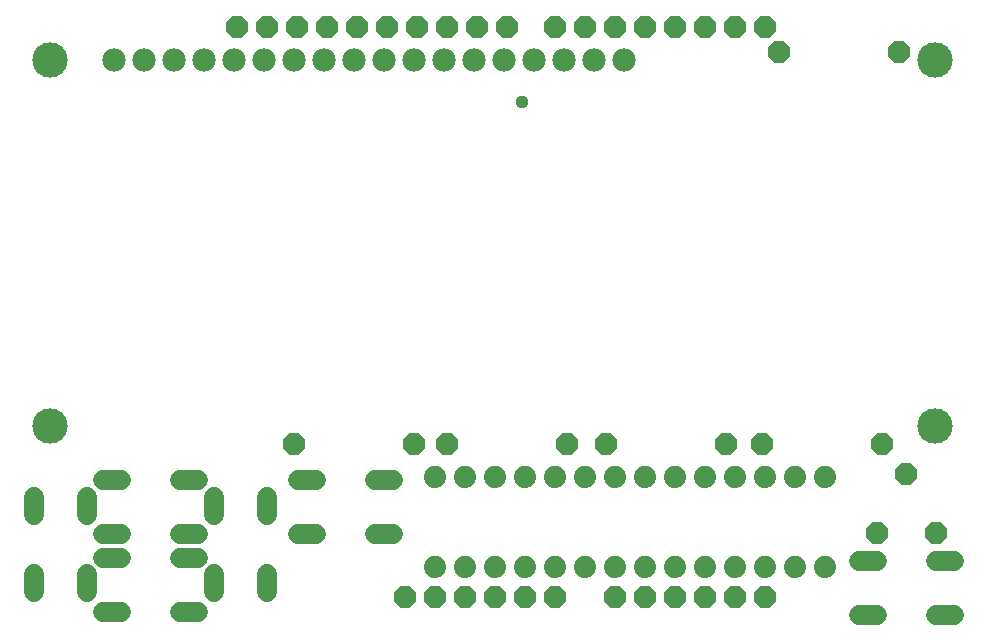
<source format=gbr>
G04 EAGLE Gerber RS-274X export*
G75*
%MOMM*%
%FSLAX34Y34*%
%LPD*%
%INSoldermask Bottom*%
%IPPOS*%
%AMOC8*
5,1,8,0,0,1.08239X$1,22.5*%
G01*
%ADD10C,1.879600*%
%ADD11C,1.727200*%
%ADD12P,2.034460X8X22.500000*%
%ADD13P,2.034460X8X202.500000*%
%ADD14C,1.981200*%
%ADD15C,3.003200*%
%ADD16C,1.109600*%


D10*
X685800Y127000D03*
X660400Y127000D03*
X635000Y127000D03*
X609600Y127000D03*
X584200Y127000D03*
X558800Y127000D03*
X533400Y127000D03*
X508000Y127000D03*
X482600Y127000D03*
X457200Y127000D03*
X431800Y127000D03*
X406400Y127000D03*
X381000Y127000D03*
X355600Y127000D03*
X355600Y50800D03*
X381000Y50800D03*
X406400Y50800D03*
X431800Y50800D03*
X457200Y50800D03*
X482600Y50800D03*
X508000Y50800D03*
X533400Y50800D03*
X558800Y50800D03*
X584200Y50800D03*
X609600Y50800D03*
X635000Y50800D03*
X660400Y50800D03*
X685800Y50800D03*
D11*
X89408Y124206D02*
X74168Y124206D01*
X74168Y78994D02*
X89408Y78994D01*
X139192Y124206D02*
X154432Y124206D01*
X154432Y78994D02*
X139192Y78994D01*
X60706Y94742D02*
X60706Y109982D01*
X15494Y109982D02*
X15494Y94742D01*
X60706Y44958D02*
X60706Y29718D01*
X15494Y29718D02*
X15494Y44958D01*
X167894Y44958D02*
X167894Y29718D01*
X213106Y29718D02*
X213106Y44958D01*
X167894Y94742D02*
X167894Y109982D01*
X213106Y109982D02*
X213106Y94742D01*
X89408Y58166D02*
X74168Y58166D01*
X74168Y12954D02*
X89408Y12954D01*
X139192Y58166D02*
X154432Y58166D01*
X154432Y12954D02*
X139192Y12954D01*
X239268Y124206D02*
X254508Y124206D01*
X254508Y78994D02*
X239268Y78994D01*
X304292Y124206D02*
X319532Y124206D01*
X319532Y78994D02*
X304292Y78994D01*
X714248Y55626D02*
X729488Y55626D01*
X729488Y10414D02*
X714248Y10414D01*
X779272Y55626D02*
X794512Y55626D01*
X794512Y10414D02*
X779272Y10414D01*
D12*
X500380Y154940D03*
X601980Y154940D03*
D13*
X734060Y154940D03*
X632460Y154940D03*
D12*
X646430Y486410D03*
X748030Y486410D03*
X533400Y508000D03*
X508000Y25400D03*
X558800Y508000D03*
X584200Y508000D03*
X609600Y508000D03*
X635000Y508000D03*
X508000Y508000D03*
X482600Y508000D03*
X457200Y508000D03*
X416560Y508000D03*
X391160Y508000D03*
X365760Y508000D03*
X340360Y508000D03*
X314960Y508000D03*
X289560Y508000D03*
X264160Y508000D03*
X238760Y508000D03*
X533400Y25400D03*
X558800Y25400D03*
X584200Y25400D03*
X609600Y25400D03*
X635000Y25400D03*
X457200Y25400D03*
X431800Y25400D03*
X406400Y25400D03*
X381000Y25400D03*
X355600Y25400D03*
X330200Y25400D03*
X213360Y508000D03*
X187960Y508000D03*
D14*
X83860Y480120D03*
X109260Y480120D03*
X134660Y480120D03*
X160060Y480120D03*
X185460Y480120D03*
X210860Y480120D03*
X236260Y480120D03*
X261660Y480120D03*
X287060Y480120D03*
X312460Y480120D03*
X337860Y480120D03*
X363260Y480120D03*
X388660Y480120D03*
X414060Y480120D03*
X439460Y480120D03*
X464860Y480120D03*
X490260Y480120D03*
X515660Y480120D03*
D15*
X28860Y170120D03*
X28860Y480120D03*
X778860Y480120D03*
X778860Y170120D03*
D12*
X754380Y129140D03*
X779380Y79140D03*
X729380Y79140D03*
X365760Y154940D03*
X467360Y154940D03*
D13*
X337820Y154940D03*
X236220Y154940D03*
D16*
X429260Y444500D03*
M02*

</source>
